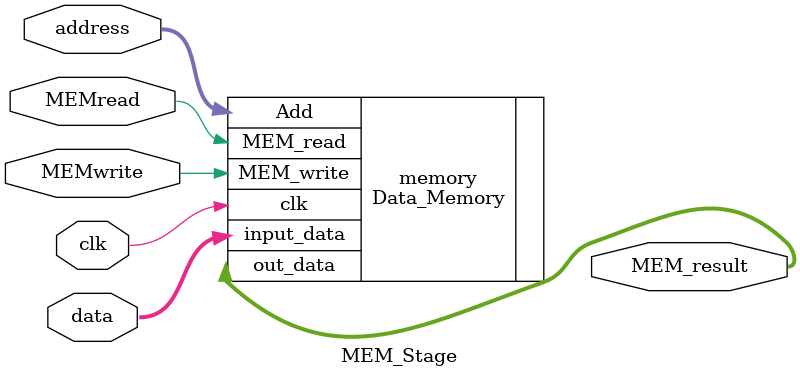
<source format=v>

module MEM_Stage(clk, MEMread, MEMwrite, address, data, MEM_result);
  input clk, MEMread, MEMwrite;
  input [31 : 0] address, data;
  output [31 : 0] MEM_result;

  Data_Memory memory(.clk(clk), .MEM_read(MEMread), .MEM_write(MEMwrite),
    .Add(address), .input_data(data), .out_data(MEM_result));

endmodule
</source>
